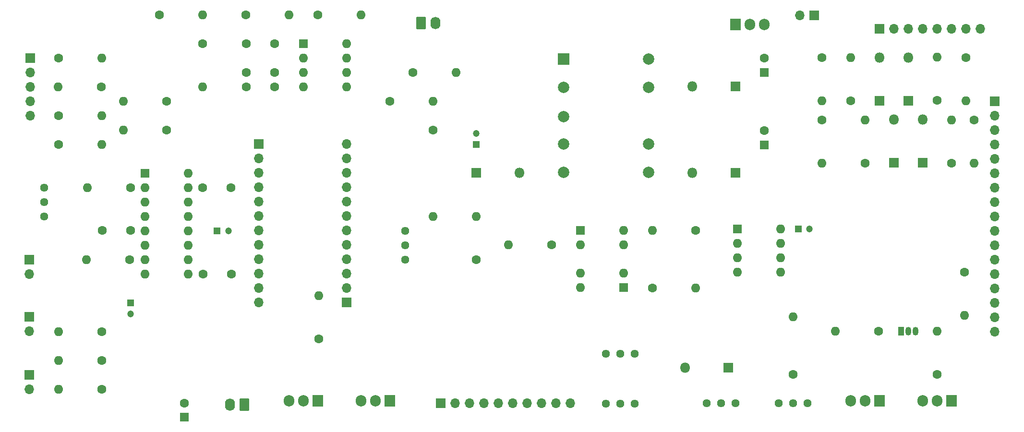
<source format=gbr>
%TF.GenerationSoftware,KiCad,Pcbnew,6.0.11+dfsg-1*%
%TF.CreationDate,2023-07-13T18:49:34+02:00*%
%TF.ProjectId,inversor,696e7665-7273-46f7-922e-6b696361645f,rev?*%
%TF.SameCoordinates,Original*%
%TF.FileFunction,Soldermask,Bot*%
%TF.FilePolarity,Negative*%
%FSLAX46Y46*%
G04 Gerber Fmt 4.6, Leading zero omitted, Abs format (unit mm)*
G04 Created by KiCad (PCBNEW 6.0.11+dfsg-1) date 2023-07-13 18:49:34*
%MOMM*%
%LPD*%
G01*
G04 APERTURE LIST*
G04 Aperture macros list*
%AMRoundRect*
0 Rectangle with rounded corners*
0 $1 Rounding radius*
0 $2 $3 $4 $5 $6 $7 $8 $9 X,Y pos of 4 corners*
0 Add a 4 corners polygon primitive as box body*
4,1,4,$2,$3,$4,$5,$6,$7,$8,$9,$2,$3,0*
0 Add four circle primitives for the rounded corners*
1,1,$1+$1,$2,$3*
1,1,$1+$1,$4,$5*
1,1,$1+$1,$6,$7*
1,1,$1+$1,$8,$9*
0 Add four rect primitives between the rounded corners*
20,1,$1+$1,$2,$3,$4,$5,0*
20,1,$1+$1,$4,$5,$6,$7,0*
20,1,$1+$1,$6,$7,$8,$9,0*
20,1,$1+$1,$8,$9,$2,$3,0*%
G04 Aperture macros list end*
%ADD10C,1.600000*%
%ADD11O,1.600000X1.600000*%
%ADD12R,1.600000X1.600000*%
%ADD13R,1.700000X1.700000*%
%ADD14O,1.700000X1.700000*%
%ADD15R,1.050000X1.500000*%
%ADD16O,1.050000X1.500000*%
%ADD17R,1.200000X1.200000*%
%ADD18C,1.200000*%
%ADD19R,1.905000X2.000000*%
%ADD20O,1.905000X2.000000*%
%ADD21R,1.800000X1.800000*%
%ADD22O,1.800000X1.800000*%
%ADD23C,1.440000*%
%ADD24RoundRect,0.250000X-0.620000X-0.845000X0.620000X-0.845000X0.620000X0.845000X-0.620000X0.845000X0*%
%ADD25O,1.740000X2.190000*%
%ADD26C,2.000000*%
%ADD27R,2.000000X2.000000*%
%ADD28RoundRect,0.250000X0.620000X0.845000X-0.620000X0.845000X-0.620000X-0.845000X0.620000X-0.845000X0*%
G04 APERTURE END LIST*
D10*
%TO.C,R33*%
X223320000Y-43280000D03*
D11*
X223320000Y-35660000D03*
%TD*%
D12*
%TO.C,U7*%
X175695000Y-66140000D03*
D11*
X175695000Y-68680000D03*
X183315000Y-68680000D03*
X183315000Y-66140000D03*
%TD*%
D10*
%TO.C,R26*%
X241100000Y-54245000D03*
D11*
X241100000Y-46625000D03*
%TD*%
D10*
%TO.C,C4*%
X96345000Y-66140000D03*
X91345000Y-66140000D03*
%TD*%
D13*
%TO.C,TH1*%
X78445000Y-91560000D03*
D14*
X78445000Y-94100000D03*
%TD*%
D10*
%TO.C,R14*%
X149685000Y-48380000D03*
D11*
X149685000Y-63620000D03*
%TD*%
D15*
%TO.C,Q3*%
X232235000Y-83920000D03*
D16*
X233505000Y-83920000D03*
X234775000Y-83920000D03*
%TD*%
D10*
%TO.C,R25*%
X196015000Y-66140000D03*
D11*
X188395000Y-66140000D03*
%TD*%
D10*
%TO.C,R10*%
X96125000Y-71240000D03*
D11*
X88505000Y-71240000D03*
%TD*%
D10*
%TO.C,C3*%
X116745000Y-33140000D03*
X121745000Y-33140000D03*
%TD*%
%TO.C,R15*%
X157305000Y-71240000D03*
D11*
X157305000Y-63620000D03*
%TD*%
D13*
%TO.C,J9*%
X248745000Y-43300000D03*
D14*
X248745000Y-45840000D03*
X248745000Y-48380000D03*
X248745000Y-50920000D03*
X248745000Y-53460000D03*
X248745000Y-56000000D03*
X248745000Y-58540000D03*
X248745000Y-61080000D03*
X248745000Y-63620000D03*
X248745000Y-66160000D03*
X248745000Y-68700000D03*
X248745000Y-71240000D03*
X248745000Y-73780000D03*
X248745000Y-76320000D03*
X248745000Y-78860000D03*
X248745000Y-81400000D03*
X248745000Y-83940000D03*
%TD*%
D13*
%TO.C,J6*%
X118887500Y-50860000D03*
D14*
X118887500Y-53400000D03*
X118887500Y-55940000D03*
X118887500Y-58480000D03*
X118887500Y-61020000D03*
X118887500Y-63560000D03*
X118887500Y-66100000D03*
X118887500Y-68640000D03*
X118887500Y-71180000D03*
X118887500Y-73720000D03*
X118887500Y-76260000D03*
X118887500Y-78800000D03*
%TD*%
D10*
%TO.C,R13*%
X146145000Y-38220000D03*
D11*
X153765000Y-38220000D03*
%TD*%
D10*
%TO.C,R8*%
X83645000Y-50920000D03*
D11*
X91265000Y-50920000D03*
%TD*%
D17*
%TO.C,C7*%
X96345000Y-78860000D03*
D18*
X96345000Y-80860000D03*
%TD*%
D19*
%TO.C,U8*%
X241100000Y-96130000D03*
D20*
X238560000Y-96130000D03*
X236020000Y-96130000D03*
%TD*%
D13*
%TO.C,J8*%
X134420000Y-78840000D03*
D14*
X134420000Y-76300000D03*
X134420000Y-73760000D03*
X134420000Y-71220000D03*
X134420000Y-68680000D03*
X134420000Y-66140000D03*
X134420000Y-63600000D03*
X134420000Y-61060000D03*
X134420000Y-58520000D03*
X134420000Y-55980000D03*
X134420000Y-53440000D03*
X134420000Y-50900000D03*
%TD*%
D10*
%TO.C,R6*%
X91275000Y-94100000D03*
D11*
X83655000Y-94100000D03*
%TD*%
D21*
%TO.C,D1*%
X157305000Y-55980000D03*
D22*
X164925000Y-55980000D03*
%TD*%
D10*
%TO.C,R1*%
X101425000Y-28060000D03*
D11*
X109045000Y-28060000D03*
%TD*%
D23*
%TO.C,RV2*%
X185245000Y-87905000D03*
X182705000Y-87905000D03*
X180165000Y-87905000D03*
%TD*%
D24*
%TO.C,J1*%
X147570000Y-29520000D03*
D25*
X150110000Y-29520000D03*
%TD*%
D17*
%TO.C,C9*%
X111585000Y-66160000D03*
D18*
X113585000Y-66160000D03*
%TD*%
D10*
%TO.C,C2*%
X121745000Y-40760000D03*
X116745000Y-40760000D03*
%TD*%
D26*
%TO.C,TR1*%
X172720000Y-46040000D03*
D27*
X172720000Y-35880000D03*
D26*
X172720000Y-40880000D03*
X172720000Y-50880000D03*
X172720000Y-55880000D03*
X187640000Y-55880000D03*
X187640000Y-50880000D03*
X187640000Y-40880000D03*
X187640000Y-35880000D03*
%TD*%
D10*
%TO.C,C5*%
X121745000Y-38220000D03*
X116745000Y-38220000D03*
%TD*%
%TO.C,R28*%
X228205000Y-83920000D03*
D11*
X220585000Y-83920000D03*
%TD*%
D10*
%TO.C,R32*%
X238600000Y-43180000D03*
D11*
X238600000Y-35560000D03*
%TD*%
D12*
%TO.C,C12*%
X208105000Y-51040000D03*
D10*
X208105000Y-48540000D03*
%TD*%
%TO.C,C6*%
X114125000Y-73780000D03*
X109125000Y-73780000D03*
%TD*%
D19*
%TO.C,U5*%
X203025000Y-29820000D03*
D20*
X205565000Y-29820000D03*
X208105000Y-29820000D03*
%TD*%
D10*
%TO.C,R17*%
X91165000Y-40760000D03*
D11*
X83545000Y-40760000D03*
%TD*%
D10*
%TO.C,R21*%
X188395000Y-76300000D03*
D11*
X196015000Y-76300000D03*
%TD*%
D23*
%TO.C,RV5*%
X203000000Y-96620000D03*
X200460000Y-96620000D03*
X197920000Y-96620000D03*
%TD*%
D13*
%TO.C,J10*%
X228430000Y-30530000D03*
D14*
X230970000Y-30530000D03*
X233510000Y-30530000D03*
X236050000Y-30530000D03*
X238590000Y-30530000D03*
X241130000Y-30530000D03*
X243670000Y-30530000D03*
X246210000Y-30530000D03*
%TD*%
D21*
%TO.C,D7*%
X233480000Y-43280000D03*
D22*
X233480000Y-35660000D03*
%TD*%
D13*
%TO.C,TH2*%
X78445000Y-81330000D03*
D14*
X78445000Y-83870000D03*
%TD*%
D10*
%TO.C,R24*%
X170535000Y-68680000D03*
D11*
X162915000Y-68680000D03*
%TD*%
D10*
%TO.C,R5*%
X96345000Y-58540000D03*
D11*
X88725000Y-58540000D03*
%TD*%
D12*
%TO.C,U6*%
X203375000Y-65890000D03*
D11*
X203375000Y-68430000D03*
X203375000Y-70970000D03*
X203375000Y-73510000D03*
X210995000Y-73510000D03*
X210995000Y-70970000D03*
X210995000Y-68430000D03*
X210995000Y-65890000D03*
%TD*%
D23*
%TO.C,RV3*%
X185245000Y-96640000D03*
X182705000Y-96640000D03*
X180165000Y-96640000D03*
%TD*%
D10*
%TO.C,R35*%
X218240000Y-35660000D03*
D11*
X218240000Y-43280000D03*
%TD*%
D10*
%TO.C,R12*%
X142065000Y-43300000D03*
D11*
X149685000Y-43300000D03*
%TD*%
D10*
%TO.C,R4*%
X129365000Y-28060000D03*
D11*
X136985000Y-28060000D03*
%TD*%
D21*
%TO.C,D8*%
X228400000Y-43280000D03*
D22*
X228400000Y-35660000D03*
%TD*%
D21*
%TO.C,D4*%
X201755000Y-90290000D03*
D22*
X194135000Y-90290000D03*
%TD*%
D10*
%TO.C,R2*%
X109045000Y-33140000D03*
D11*
X109045000Y-40760000D03*
%TD*%
D10*
%TO.C,R31*%
X238585000Y-91540000D03*
D11*
X238585000Y-83920000D03*
%TD*%
D12*
%TO.C,U3*%
X98885000Y-56000000D03*
D11*
X98885000Y-58540000D03*
X98885000Y-61080000D03*
X98885000Y-63620000D03*
X98885000Y-66160000D03*
X98885000Y-68700000D03*
X98885000Y-71240000D03*
X98885000Y-73780000D03*
X106505000Y-73780000D03*
X106505000Y-71240000D03*
X106505000Y-68700000D03*
X106505000Y-66160000D03*
X106505000Y-63620000D03*
X106505000Y-61080000D03*
X106505000Y-58540000D03*
X106505000Y-56000000D03*
%TD*%
D10*
%TO.C,R23*%
X243430000Y-73510000D03*
D11*
X243430000Y-81130000D03*
%TD*%
D12*
%TO.C,U4*%
X183295000Y-76200000D03*
D11*
X183295000Y-73660000D03*
X175675000Y-73660000D03*
X175675000Y-76200000D03*
%TD*%
D10*
%TO.C,R22*%
X213185000Y-91540000D03*
D11*
X213185000Y-81380000D03*
%TD*%
D10*
%TO.C,R11*%
X91275000Y-83940000D03*
D11*
X83655000Y-83940000D03*
%TD*%
D10*
%TO.C,R20*%
X83645000Y-35680000D03*
D11*
X91265000Y-35680000D03*
%TD*%
D13*
%TO.C,TH3*%
X78445000Y-71240000D03*
D14*
X78445000Y-73780000D03*
%TD*%
D13*
%TO.C,J2*%
X78590000Y-35680000D03*
D14*
X78590000Y-38220000D03*
X78590000Y-40760000D03*
X78590000Y-43300000D03*
X78590000Y-45840000D03*
%TD*%
D19*
%TO.C,U1*%
X142065000Y-96130000D03*
D20*
X139525000Y-96130000D03*
X136985000Y-96130000D03*
%TD*%
D17*
%TO.C,C13*%
X214075000Y-65890000D03*
D18*
X216075000Y-65890000D03*
%TD*%
D28*
%TO.C,J4*%
X116409966Y-96840000D03*
D25*
X113869966Y-96840000D03*
%TD*%
D10*
%TO.C,R19*%
X102695000Y-48380000D03*
D11*
X95075000Y-48380000D03*
%TD*%
D23*
%TO.C,RV4*%
X144790000Y-71240000D03*
X144790000Y-68700000D03*
X144790000Y-66160000D03*
%TD*%
D10*
%TO.C,C8*%
X109045000Y-58540000D03*
X114045000Y-58540000D03*
%TD*%
%TO.C,R34*%
X243640000Y-35660000D03*
D11*
X243640000Y-43280000D03*
%TD*%
D12*
%TO.C,C11*%
X208105000Y-38220000D03*
D10*
X208105000Y-35720000D03*
%TD*%
D13*
%TO.C,J3*%
X150985000Y-96615000D03*
D14*
X153525000Y-96615000D03*
X156065000Y-96615000D03*
X158605000Y-96615000D03*
X161145000Y-96615000D03*
X163685000Y-96615000D03*
X166225000Y-96615000D03*
X168765000Y-96615000D03*
X171305000Y-96615000D03*
X173845000Y-96615000D03*
%TD*%
D19*
%TO.C,Q2*%
X129365000Y-96130000D03*
D20*
X126825000Y-96130000D03*
X124285000Y-96130000D03*
%TD*%
D23*
%TO.C,RV1*%
X81105000Y-58540000D03*
X81105000Y-61080000D03*
X81105000Y-63620000D03*
%TD*%
D10*
%TO.C,R3*%
X116665000Y-28060000D03*
D11*
X124285000Y-28060000D03*
%TD*%
D23*
%TO.C,RV6*%
X215700000Y-96620000D03*
X213160000Y-96620000D03*
X210620000Y-96620000D03*
%TD*%
D10*
%TO.C,R16*%
X102695000Y-43300000D03*
D11*
X95075000Y-43300000D03*
%TD*%
D21*
%TO.C,D5*%
X236020000Y-54145000D03*
D22*
X236020000Y-46525000D03*
%TD*%
D10*
%TO.C,R27*%
X225860000Y-54245000D03*
D11*
X225860000Y-46625000D03*
%TD*%
D12*
%TO.C,U2*%
X126825000Y-33140000D03*
D11*
X126825000Y-35680000D03*
X126825000Y-38220000D03*
X126825000Y-40760000D03*
X134445000Y-40760000D03*
X134445000Y-38220000D03*
X134445000Y-35680000D03*
X134445000Y-33140000D03*
%TD*%
D17*
%TO.C,C10*%
X157305000Y-51002554D03*
D18*
X157305000Y-49002554D03*
%TD*%
D13*
%TO.C,J5*%
X216926965Y-28152500D03*
D14*
X214386965Y-28152500D03*
%TD*%
D10*
%TO.C,R7*%
X83645000Y-45840000D03*
D11*
X91265000Y-45840000D03*
%TD*%
D10*
%TO.C,R9*%
X91275000Y-89020000D03*
D11*
X83655000Y-89020000D03*
%TD*%
D19*
%TO.C,Q4*%
X228400000Y-96130000D03*
D20*
X225860000Y-96130000D03*
X223320000Y-96130000D03*
%TD*%
D10*
%TO.C,R29*%
X245090000Y-46625000D03*
D11*
X245090000Y-54245000D03*
%TD*%
D10*
%TO.C,R30*%
X218280000Y-46625000D03*
D11*
X218280000Y-54245000D03*
%TD*%
D12*
%TO.C,C1*%
X105842500Y-99060000D03*
D10*
X105842500Y-96560000D03*
%TD*%
D21*
%TO.C,D3*%
X203025000Y-55980000D03*
D22*
X195405000Y-55980000D03*
%TD*%
D21*
%TO.C,D6*%
X230940000Y-54145000D03*
D22*
X230940000Y-46525000D03*
%TD*%
D10*
%TO.C,R18*%
X129485000Y-85260000D03*
D11*
X129485000Y-77640000D03*
%TD*%
D21*
%TO.C,D2*%
X203025000Y-40740000D03*
D22*
X195405000Y-40740000D03*
%TD*%
M02*

</source>
